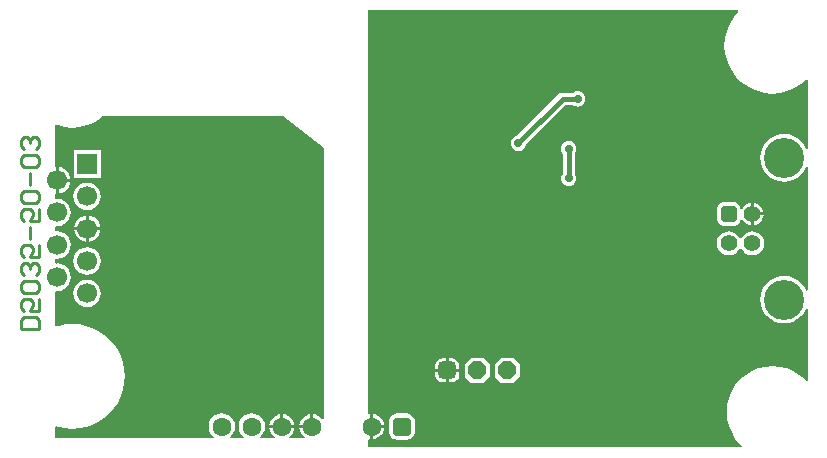
<source format=gbl>
G04*
G04 #@! TF.GenerationSoftware,Altium Limited,Altium Designer,22.6.1 (34)*
G04*
G04 Layer_Physical_Order=2*
G04 Layer_Color=16711680*
%FSLAX25Y25*%
%MOIN*%
G70*
G04*
G04 #@! TF.SameCoordinates,92C09A27-C496-4622-AF52-00FCEC43516E*
G04*
G04*
G04 #@! TF.FilePolarity,Positive*
G04*
G01*
G75*
%ADD72C,0.01575*%
%ADD75R,0.06693X0.06693*%
%ADD76C,0.06693*%
%ADD77C,0.06299*%
G04:AMPARAMS|DCode=78|XSize=62.99mil|YSize=62.99mil|CornerRadius=15.75mil|HoleSize=0mil|Usage=FLASHONLY|Rotation=0.000|XOffset=0mil|YOffset=0mil|HoleType=Round|Shape=RoundedRectangle|*
%AMROUNDEDRECTD78*
21,1,0.06299,0.03150,0,0,0.0*
21,1,0.03150,0.06299,0,0,0.0*
1,1,0.03150,0.01575,-0.01575*
1,1,0.03150,-0.01575,-0.01575*
1,1,0.03150,-0.01575,0.01575*
1,1,0.03150,0.01575,0.01575*
%
%ADD78ROUNDEDRECTD78*%
G04:AMPARAMS|DCode=79|XSize=59.06mil|YSize=59.06mil|CornerRadius=14.76mil|HoleSize=0mil|Usage=FLASHONLY|Rotation=0.000|XOffset=0mil|YOffset=0mil|HoleType=Round|Shape=RoundedRectangle|*
%AMROUNDEDRECTD79*
21,1,0.05906,0.02953,0,0,0.0*
21,1,0.02953,0.05906,0,0,0.0*
1,1,0.02953,0.01476,-0.01476*
1,1,0.02953,-0.01476,-0.01476*
1,1,0.02953,-0.01476,0.01476*
1,1,0.02953,0.01476,0.01476*
%
%ADD79ROUNDEDRECTD79*%
%ADD80P,0.06392X8X22.5*%
%ADD81C,0.13386*%
%ADD82C,0.05512*%
G04:AMPARAMS|DCode=83|XSize=55.12mil|YSize=55.12mil|CornerRadius=13.78mil|HoleSize=0mil|Usage=FLASHONLY|Rotation=90.000|XOffset=0mil|YOffset=0mil|HoleType=Round|Shape=RoundedRectangle|*
%AMROUNDEDRECTD83*
21,1,0.05512,0.02756,0,0,90.0*
21,1,0.02756,0.05512,0,0,90.0*
1,1,0.02756,0.01378,0.01378*
1,1,0.02756,0.01378,-0.01378*
1,1,0.02756,-0.01378,-0.01378*
1,1,0.02756,-0.01378,0.01378*
%
%ADD83ROUNDEDRECTD83*%
%ADD84C,0.02756*%
%ADD85C,0.01000*%
G36*
X106299Y103596D02*
X106299Y13687D01*
Y13334D01*
X105799Y13164D01*
X105322Y13786D01*
X104455Y14451D01*
X103445Y14870D01*
X102862Y14946D01*
Y10827D01*
X102362D01*
Y10327D01*
X98243D01*
X98319Y9743D01*
X98738Y8734D01*
X99403Y7867D01*
X100025Y7390D01*
X99855Y6890D01*
X94869D01*
X94700Y7390D01*
X95322Y7867D01*
X95987Y8734D01*
X96405Y9743D01*
X96482Y10327D01*
X88243D01*
X88319Y9743D01*
X88737Y8734D01*
X89403Y7867D01*
X90025Y7390D01*
X89855Y6890D01*
X85198D01*
X85028Y7390D01*
X85464Y7725D01*
X86162Y8633D01*
X86600Y9691D01*
X86749Y10827D01*
X86600Y11962D01*
X86162Y13020D01*
X85464Y13929D01*
X84556Y14626D01*
X83498Y15064D01*
X82362Y15214D01*
X81227Y15064D01*
X80169Y14626D01*
X79260Y13929D01*
X78563Y13020D01*
X78125Y11962D01*
X77975Y10827D01*
X78125Y9691D01*
X78563Y8633D01*
X79260Y7725D01*
X79696Y7390D01*
X79527Y6890D01*
X75198D01*
X75028Y7390D01*
X75464Y7725D01*
X76162Y8633D01*
X76600Y9691D01*
X76749Y10827D01*
X76600Y11962D01*
X76162Y13020D01*
X75464Y13929D01*
X74556Y14626D01*
X73498Y15064D01*
X72362Y15214D01*
X71227Y15064D01*
X70169Y14626D01*
X69260Y13929D01*
X68563Y13020D01*
X68125Y11962D01*
X67975Y10827D01*
X68125Y9691D01*
X68563Y8633D01*
X69260Y7725D01*
X69696Y7390D01*
X69527Y6890D01*
X16732D01*
Y10662D01*
X17139Y10953D01*
X17974Y10669D01*
X20218Y10223D01*
X22500Y10074D01*
X24782Y10223D01*
X27026Y10669D01*
X29191Y11405D01*
X31243Y12416D01*
X33145Y13687D01*
X34864Y15195D01*
X36372Y16915D01*
X37643Y18816D01*
X38655Y20868D01*
X39390Y23033D01*
X39836Y25277D01*
X39985Y27559D01*
X39836Y29841D01*
X39390Y32085D01*
X38655Y34251D01*
X37643Y36302D01*
X36372Y38203D01*
X34864Y39923D01*
X33145Y41431D01*
X31243Y42702D01*
X29191Y43714D01*
X27026Y44449D01*
X24782Y44895D01*
X22500Y45044D01*
X20218Y44895D01*
X17974Y44449D01*
X17139Y44165D01*
X16732Y44456D01*
Y55727D01*
X17108Y56056D01*
X17500Y56005D01*
X18687Y56161D01*
X19793Y56619D01*
X20743Y57348D01*
X21471Y58298D01*
X21929Y59404D01*
X22086Y60590D01*
X21929Y61777D01*
X21471Y62883D01*
X20743Y63833D01*
X19793Y64562D01*
X18687Y65020D01*
X17500Y65176D01*
X17217Y65139D01*
X16732Y65579D01*
Y66514D01*
X17108Y66844D01*
X17500Y66792D01*
X18687Y66948D01*
X19793Y67407D01*
X20743Y68135D01*
X21471Y69085D01*
X21929Y70191D01*
X22086Y71378D01*
X21929Y72565D01*
X21471Y73671D01*
X20743Y74620D01*
X19793Y75349D01*
X18687Y75807D01*
X17500Y75964D01*
X17108Y75912D01*
X16732Y76242D01*
Y77302D01*
X17108Y77631D01*
X17500Y77580D01*
X18687Y77736D01*
X19793Y78194D01*
X20743Y78923D01*
X21471Y79873D01*
X21929Y80979D01*
X22086Y82165D01*
X21929Y83352D01*
X21471Y84458D01*
X20743Y85408D01*
X19793Y86137D01*
X18687Y86595D01*
X17500Y86751D01*
X17108Y86699D01*
X16732Y87029D01*
Y88291D01*
X17000Y88525D01*
Y92953D01*
Y97380D01*
X16732Y97615D01*
Y111168D01*
X17148Y111446D01*
X17702Y111217D01*
X20071Y110648D01*
X22500Y110457D01*
X24929Y110648D01*
X27298Y111217D01*
X29549Y112149D01*
X31627Y113422D01*
X32506Y114173D01*
X92928D01*
X106299Y103596D01*
D02*
G37*
G36*
X244493Y149361D02*
X244543Y149072D01*
X242951Y147208D01*
X241638Y145065D01*
X240676Y142744D01*
X240090Y140300D01*
X239892Y137795D01*
X240090Y135290D01*
X240676Y132847D01*
X241638Y130526D01*
X242951Y128383D01*
X244583Y126472D01*
X246493Y124840D01*
X248636Y123528D01*
X250957Y122566D01*
X253400Y121979D01*
X255906Y121782D01*
X258411Y121979D01*
X260854Y122566D01*
X263175Y123528D01*
X265318Y124840D01*
X267183Y126433D01*
X267471Y126383D01*
X267683Y126305D01*
Y103461D01*
X267183Y103387D01*
X267170Y103429D01*
X266437Y104800D01*
X265451Y106002D01*
X264249Y106988D01*
X262878Y107721D01*
X261390Y108172D01*
X259842Y108325D01*
X258295Y108172D01*
X256807Y107721D01*
X255436Y106988D01*
X254234Y106002D01*
X253248Y104800D01*
X252515Y103429D01*
X252064Y101941D01*
X251911Y100394D01*
X252064Y98846D01*
X252515Y97359D01*
X253248Y95987D01*
X254234Y94786D01*
X255436Y93799D01*
X256807Y93066D01*
X258295Y92615D01*
X259842Y92463D01*
X261390Y92615D01*
X262878Y93066D01*
X264249Y93799D01*
X265451Y94786D01*
X266437Y95987D01*
X267170Y97359D01*
X267183Y97400D01*
X267683Y97326D01*
Y56217D01*
X267183Y56143D01*
X267170Y56185D01*
X266437Y57556D01*
X265451Y58758D01*
X264249Y59744D01*
X262878Y60477D01*
X261390Y60928D01*
X259842Y61081D01*
X258295Y60928D01*
X256807Y60477D01*
X255436Y59744D01*
X254234Y58758D01*
X253248Y57556D01*
X252515Y56185D01*
X252064Y54697D01*
X251911Y53150D01*
X252064Y51602D01*
X252515Y50115D01*
X253248Y48743D01*
X254234Y47541D01*
X255436Y46555D01*
X256807Y45822D01*
X258295Y45371D01*
X259842Y45219D01*
X261390Y45371D01*
X262878Y45822D01*
X264249Y46555D01*
X265451Y47541D01*
X266437Y48743D01*
X267170Y50115D01*
X267183Y50156D01*
X267683Y50082D01*
Y26049D01*
X267214Y25876D01*
X266670Y26513D01*
X264854Y28064D01*
X262817Y29312D01*
X260610Y30226D01*
X258287Y30784D01*
X255906Y30971D01*
X253524Y30784D01*
X251201Y30226D01*
X248994Y29312D01*
X246957Y28064D01*
X245141Y26513D01*
X243590Y24696D01*
X242341Y22659D01*
X241427Y20452D01*
X240870Y18129D01*
X240682Y15748D01*
X240870Y13367D01*
X241427Y11044D01*
X242341Y8837D01*
X243590Y6800D01*
X245141Y4984D01*
X245777Y4440D01*
X245604Y3971D01*
X121063D01*
Y6375D01*
X121563Y6747D01*
X121862Y6707D01*
Y10827D01*
Y14946D01*
X121563Y14907D01*
X121063Y15278D01*
Y149572D01*
X244415D01*
X244493Y149361D01*
D02*
G37*
%LPC*%
G36*
X32046Y102893D02*
X22954D01*
Y93800D01*
X32046D01*
Y102893D01*
D02*
G37*
G36*
X18000Y97271D02*
Y93453D01*
X21818D01*
X21735Y94087D01*
X21297Y95145D01*
X20600Y96053D01*
X19692Y96749D01*
X18635Y97187D01*
X18000Y97271D01*
D02*
G37*
G36*
X21818Y92453D02*
X18000D01*
Y88635D01*
X18635Y88718D01*
X19692Y89156D01*
X20600Y89853D01*
X21297Y90761D01*
X21735Y91818D01*
X21818Y92453D01*
D02*
G37*
G36*
X27500Y92145D02*
X26313Y91988D01*
X25207Y91530D01*
X24257Y90802D01*
X23529Y89852D01*
X23071Y88746D01*
X22914Y87559D01*
X23071Y86372D01*
X23529Y85266D01*
X24257Y84316D01*
X25207Y83588D01*
X26313Y83130D01*
X27500Y82973D01*
X28687Y83130D01*
X29793Y83588D01*
X30743Y84316D01*
X31471Y85266D01*
X31929Y86372D01*
X32086Y87559D01*
X31929Y88746D01*
X31471Y89852D01*
X30743Y90802D01*
X29793Y91530D01*
X28687Y91988D01*
X27500Y92145D01*
D02*
G37*
G36*
X28000Y81090D02*
Y77272D01*
X31818D01*
X31735Y77906D01*
X31297Y78964D01*
X30600Y79872D01*
X29692Y80568D01*
X28635Y81006D01*
X28000Y81090D01*
D02*
G37*
G36*
X27000D02*
X26365Y81006D01*
X25308Y80568D01*
X24400Y79872D01*
X23703Y78964D01*
X23265Y77906D01*
X23182Y77272D01*
X27000D01*
Y81090D01*
D02*
G37*
G36*
X31818Y76272D02*
X28000D01*
Y72453D01*
X28635Y72537D01*
X29692Y72975D01*
X30600Y73672D01*
X31297Y74580D01*
X31735Y75637D01*
X31818Y76272D01*
D02*
G37*
G36*
X27000D02*
X23182D01*
X23265Y75637D01*
X23703Y74580D01*
X24400Y73672D01*
X25308Y72975D01*
X26365Y72537D01*
X27000Y72453D01*
Y76272D01*
D02*
G37*
G36*
X27500Y70570D02*
X26313Y70414D01*
X25207Y69956D01*
X24257Y69227D01*
X23529Y68277D01*
X23071Y67171D01*
X22914Y65984D01*
X23071Y64797D01*
X23529Y63691D01*
X24257Y62742D01*
X25207Y62013D01*
X26313Y61555D01*
X27500Y61399D01*
X28687Y61555D01*
X29793Y62013D01*
X30743Y62742D01*
X31471Y63691D01*
X31929Y64797D01*
X32086Y65984D01*
X31929Y67171D01*
X31471Y68277D01*
X30743Y69227D01*
X29793Y69956D01*
X28687Y70414D01*
X27500Y70570D01*
D02*
G37*
G36*
Y59782D02*
X26313Y59626D01*
X25207Y59168D01*
X24257Y58439D01*
X23529Y57490D01*
X23071Y56384D01*
X22914Y55197D01*
X23071Y54010D01*
X23529Y52904D01*
X24257Y51954D01*
X25207Y51226D01*
X26313Y50767D01*
X27500Y50611D01*
X28687Y50767D01*
X29793Y51226D01*
X30743Y51954D01*
X31471Y52904D01*
X31929Y54010D01*
X32086Y55197D01*
X31929Y56384D01*
X31471Y57490D01*
X30743Y58439D01*
X29793Y59168D01*
X28687Y59626D01*
X27500Y59782D01*
D02*
G37*
G36*
X101862Y14946D02*
X101279Y14870D01*
X100269Y14451D01*
X99403Y13786D01*
X98738Y12920D01*
X98319Y11910D01*
X98243Y11327D01*
X101862D01*
Y14946D01*
D02*
G37*
G36*
X92862D02*
Y11327D01*
X96482D01*
X96405Y11910D01*
X95987Y12920D01*
X95322Y13786D01*
X94455Y14451D01*
X93445Y14870D01*
X92862Y14946D01*
D02*
G37*
G36*
X91862D02*
X91279Y14870D01*
X90270Y14451D01*
X89403Y13786D01*
X88737Y12920D01*
X88319Y11910D01*
X88243Y11327D01*
X91862D01*
Y14946D01*
D02*
G37*
G36*
X190945Y122679D02*
X190272Y122590D01*
X189645Y122331D01*
X189351Y122105D01*
X186024D01*
X185248Y121951D01*
X184591Y121512D01*
X170954Y107875D01*
X170587Y107827D01*
X169960Y107567D01*
X169421Y107154D01*
X169008Y106615D01*
X168748Y105988D01*
X168660Y105315D01*
X168748Y104642D01*
X169008Y104015D01*
X169421Y103476D01*
X169960Y103063D01*
X170587Y102803D01*
X171260Y102715D01*
X171933Y102803D01*
X172560Y103063D01*
X173099Y103476D01*
X173512Y104015D01*
X173771Y104642D01*
X173820Y105009D01*
X186863Y118052D01*
X189351D01*
X189645Y117827D01*
X190272Y117567D01*
X190945Y117479D01*
X191618Y117567D01*
X192245Y117827D01*
X192783Y118240D01*
X193197Y118779D01*
X193456Y119406D01*
X193545Y120079D01*
X193456Y120752D01*
X193197Y121379D01*
X192783Y121917D01*
X192245Y122331D01*
X191618Y122590D01*
X190945Y122679D01*
D02*
G37*
G36*
X187992Y105947D02*
X187319Y105858D01*
X186692Y105598D01*
X186153Y105185D01*
X185740Y104647D01*
X185480Y104019D01*
X185392Y103347D01*
X185480Y102673D01*
X185740Y102046D01*
X185966Y101752D01*
Y95098D01*
X185740Y94804D01*
X185480Y94177D01*
X185392Y93504D01*
X185480Y92831D01*
X185740Y92204D01*
X186153Y91665D01*
X186692Y91252D01*
X187319Y90992D01*
X187992Y90904D01*
X188665Y90992D01*
X189292Y91252D01*
X189831Y91665D01*
X190244Y92204D01*
X190504Y92831D01*
X190592Y93504D01*
X190504Y94177D01*
X190244Y94804D01*
X190018Y95098D01*
Y101752D01*
X190244Y102046D01*
X190504Y102673D01*
X190592Y103347D01*
X190504Y104019D01*
X190244Y104647D01*
X189831Y105185D01*
X189292Y105598D01*
X188665Y105858D01*
X187992Y105947D01*
D02*
G37*
G36*
X249713Y85415D02*
Y82193D01*
X252935D01*
X252872Y82673D01*
X252493Y83587D01*
X251891Y84372D01*
X251107Y84974D01*
X250193Y85352D01*
X249713Y85415D01*
D02*
G37*
G36*
X252935Y81193D02*
X249713D01*
Y77970D01*
X250193Y78034D01*
X251107Y78412D01*
X251891Y79014D01*
X252493Y79799D01*
X252872Y80712D01*
X252935Y81193D01*
D02*
G37*
G36*
X242717Y85671D02*
X239961D01*
X239288Y85583D01*
X238661Y85323D01*
X238122Y84909D01*
X237709Y84371D01*
X237449Y83744D01*
X237360Y83071D01*
Y80315D01*
X237449Y79642D01*
X237709Y79015D01*
X238122Y78476D01*
X238661Y78063D01*
X239288Y77803D01*
X239961Y77715D01*
X242717D01*
X243390Y77803D01*
X244017Y78063D01*
X244555Y78476D01*
X244968Y79015D01*
X245228Y79642D01*
X245283Y80059D01*
X245796Y80126D01*
X245932Y79799D01*
X246534Y79014D01*
X247318Y78412D01*
X248232Y78034D01*
X248713Y77970D01*
Y81693D01*
Y85415D01*
X248232Y85352D01*
X247318Y84974D01*
X246534Y84372D01*
X245932Y83587D01*
X245796Y83260D01*
X245283Y83327D01*
X245228Y83744D01*
X244968Y84371D01*
X244555Y84909D01*
X244017Y85323D01*
X243390Y85583D01*
X242717Y85671D01*
D02*
G37*
G36*
X249213Y75840D02*
X248180Y75704D01*
X247218Y75306D01*
X246391Y74672D01*
X245757Y73845D01*
X245546Y73336D01*
X245005D01*
X244794Y73845D01*
X244160Y74672D01*
X243334Y75306D01*
X242371Y75704D01*
X241339Y75840D01*
X240306Y75704D01*
X239344Y75306D01*
X238517Y74672D01*
X237883Y73845D01*
X237485Y72883D01*
X237349Y71850D01*
X237485Y70818D01*
X237883Y69855D01*
X238517Y69029D01*
X239344Y68395D01*
X240306Y67996D01*
X241339Y67860D01*
X242371Y67996D01*
X243334Y68395D01*
X244160Y69029D01*
X244794Y69855D01*
X245005Y70365D01*
X245546D01*
X245757Y69855D01*
X246391Y69029D01*
X247218Y68395D01*
X248180Y67996D01*
X249213Y67860D01*
X250245Y67996D01*
X251208Y68395D01*
X252034Y69029D01*
X252668Y69855D01*
X253067Y70818D01*
X253203Y71850D01*
X253067Y72883D01*
X252668Y73845D01*
X252034Y74672D01*
X251208Y75306D01*
X250245Y75704D01*
X249213Y75840D01*
D02*
G37*
G36*
X148957Y33529D02*
X147980D01*
Y30028D01*
X151482D01*
Y31004D01*
X151289Y31970D01*
X150742Y32789D01*
X149923Y33337D01*
X148957Y33529D01*
D02*
G37*
G36*
X146980D02*
X146004D01*
X145038Y33337D01*
X144219Y32789D01*
X143671Y31970D01*
X143479Y31004D01*
Y30028D01*
X146980D01*
Y33529D01*
D02*
G37*
G36*
X151482Y29028D02*
X147980D01*
Y25526D01*
X148957D01*
X149923Y25719D01*
X150742Y26266D01*
X151289Y27085D01*
X151482Y28051D01*
Y29028D01*
D02*
G37*
G36*
X146980D02*
X143479D01*
Y28051D01*
X143671Y27085D01*
X144219Y26266D01*
X145038Y25719D01*
X146004Y25526D01*
X146980D01*
Y29028D01*
D02*
G37*
G36*
X169557Y33680D02*
X165404D01*
X163328Y31604D01*
Y27451D01*
X165404Y25375D01*
X169557D01*
X171633Y27451D01*
Y31604D01*
X169557Y33680D01*
D02*
G37*
G36*
X159557D02*
X155404D01*
X153328Y31604D01*
Y27451D01*
X155404Y25375D01*
X159557D01*
X161633Y27451D01*
Y31604D01*
X159557Y33680D01*
D02*
G37*
G36*
X122862Y14946D02*
Y11327D01*
X126482D01*
X126405Y11910D01*
X125987Y12920D01*
X125322Y13786D01*
X124455Y14451D01*
X123445Y14870D01*
X122862Y14946D01*
D02*
G37*
G36*
X126482Y10327D02*
X122862D01*
Y6707D01*
X123445Y6784D01*
X124455Y7202D01*
X125322Y7867D01*
X125987Y8734D01*
X126405Y9743D01*
X126482Y10327D01*
D02*
G37*
G36*
X133937Y15200D02*
X130787D01*
X130063Y15105D01*
X129388Y14825D01*
X128808Y14381D01*
X128364Y13801D01*
X128084Y13126D01*
X127989Y12402D01*
Y9252D01*
X128084Y8528D01*
X128364Y7853D01*
X128808Y7273D01*
X129388Y6828D01*
X130063Y6549D01*
X130787Y6453D01*
X133937D01*
X134661Y6549D01*
X135336Y6828D01*
X135916Y7273D01*
X136361Y7853D01*
X136640Y8528D01*
X136736Y9252D01*
Y12402D01*
X136640Y13126D01*
X136361Y13801D01*
X135916Y14381D01*
X135336Y14825D01*
X134661Y15105D01*
X133937Y15200D01*
D02*
G37*
%LPD*%
D72*
X171260Y105315D02*
X186024Y120079D01*
X190945D01*
X187992Y93504D02*
Y103347D01*
D75*
X27500Y98347D02*
D03*
D76*
Y87559D02*
D03*
Y76772D02*
D03*
Y65984D02*
D03*
Y55197D02*
D03*
X17500Y92953D02*
D03*
Y82165D02*
D03*
Y71378D02*
D03*
Y60590D02*
D03*
D77*
X122362Y10827D02*
D03*
X82362D02*
D03*
X102362D02*
D03*
X92362D02*
D03*
X72362D02*
D03*
D78*
X132362Y10827D02*
D03*
D79*
X147480Y29528D02*
D03*
D80*
X157480D02*
D03*
X167480D02*
D03*
D81*
X259842Y53150D02*
D03*
Y100394D02*
D03*
D82*
X249213Y71850D02*
D03*
Y81693D02*
D03*
X241339Y71850D02*
D03*
D83*
Y81693D02*
D03*
D84*
X152559Y39370D02*
D03*
X103347Y34449D02*
D03*
X53150Y80709D02*
D03*
X61024Y102362D02*
D03*
X75787Y40354D02*
D03*
X131890Y108268D02*
D03*
X139764Y78740D02*
D03*
X172244Y48228D02*
D03*
X171260Y105315D02*
D03*
X190945Y120079D02*
D03*
X236221Y41339D02*
D03*
X209646Y93504D02*
D03*
X199803Y47244D02*
D03*
X187992Y93504D02*
D03*
Y103347D02*
D03*
X131890Y95472D02*
D03*
X96457D02*
D03*
X187992Y15748D02*
D03*
X161417Y68898D02*
D03*
X131890Y72835D02*
D03*
Y60039D02*
D03*
X96457Y61024D02*
D03*
Y72835D02*
D03*
X41339Y75787D02*
D03*
X61024Y66929D02*
D03*
X41339Y107283D02*
D03*
X96457Y108268D02*
D03*
X135827Y46260D02*
D03*
X52165Y45276D02*
D03*
X129921Y147638D02*
D03*
X181102Y105315D02*
D03*
X160433Y120079D02*
D03*
X225394Y89567D02*
D03*
X195866Y86614D02*
D03*
X229331Y110236D02*
D03*
X241142Y107283D02*
D03*
X229331Y66929D02*
D03*
X186024Y27559D02*
D03*
D85*
X11498Y43311D02*
X5500D01*
Y46310D01*
X6500Y47310D01*
X10498D01*
X11498Y46310D01*
Y43311D01*
Y53308D02*
Y49309D01*
X8499D01*
X9499Y51308D01*
Y52308D01*
X8499Y53308D01*
X6500D01*
X5500Y52308D01*
Y50309D01*
X6500Y49309D01*
X10498Y55307D02*
X11498Y56307D01*
Y58306D01*
X10498Y59306D01*
X6500D01*
X5500Y58306D01*
Y56307D01*
X6500Y55307D01*
X10498D01*
Y61305D02*
X11498Y62305D01*
Y64304D01*
X10498Y65304D01*
X9499D01*
X8499Y64304D01*
Y63305D01*
Y64304D01*
X7499Y65304D01*
X6500D01*
X5500Y64304D01*
Y62305D01*
X6500Y61305D01*
X11498Y71302D02*
Y67303D01*
X8499D01*
X9499Y69303D01*
Y70302D01*
X8499Y71302D01*
X6500D01*
X5500Y70302D01*
Y68303D01*
X6500Y67303D01*
X8499Y73301D02*
Y77300D01*
X11498Y83298D02*
Y79299D01*
X8499D01*
X9499Y81299D01*
Y82298D01*
X8499Y83298D01*
X6500D01*
X5500Y82298D01*
Y80299D01*
X6500Y79299D01*
X10498Y85297D02*
X11498Y86297D01*
Y88297D01*
X10498Y89296D01*
X6500D01*
X5500Y88297D01*
Y86297D01*
X6500Y85297D01*
X10498D01*
X8499Y91295D02*
Y95294D01*
X10498Y97294D02*
X11498Y98293D01*
Y100293D01*
X10498Y101292D01*
X6500D01*
X5500Y100293D01*
Y98293D01*
X6500Y97294D01*
X10498D01*
Y103292D02*
X11498Y104291D01*
Y106291D01*
X10498Y107290D01*
X9499D01*
X8499Y106291D01*
Y105291D01*
Y106291D01*
X7499Y107290D01*
X6500D01*
X5500Y106291D01*
Y104291D01*
X6500Y103292D01*
M02*

</source>
